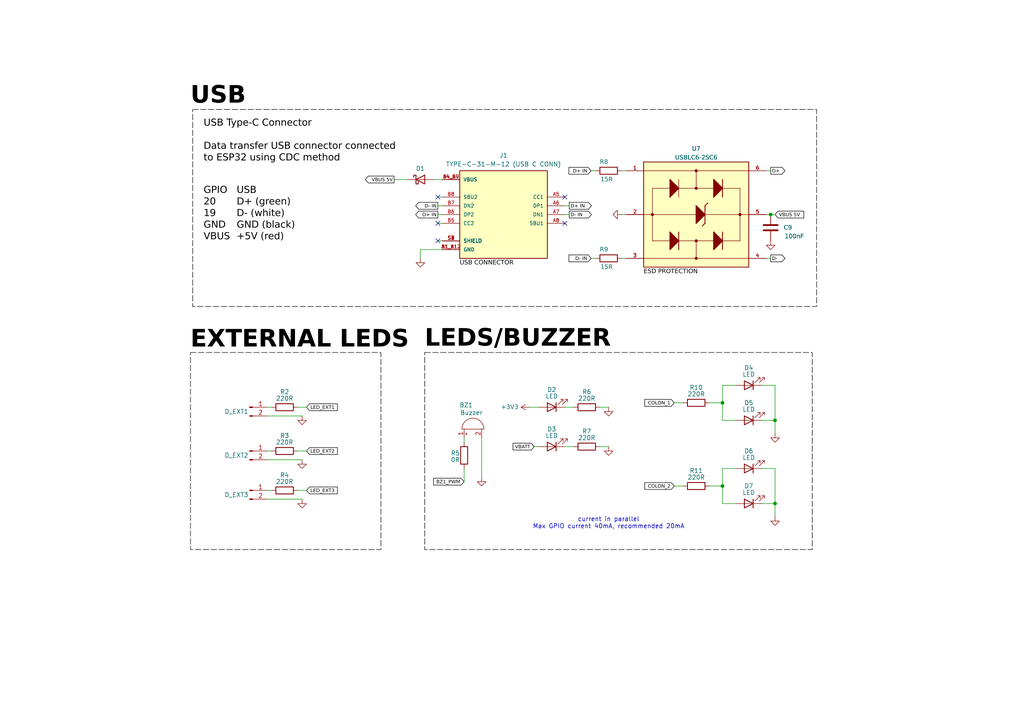
<source format=kicad_sch>
(kicad_sch (version 20231120) (generator "eeschema") (generator_version "8.0")
  (paper "A4")
  (lib_symbols
    (symbol "Connector:Conn_01x02_Pin" (pin_names (offset 1.016) hide)
      (property "Reference" "J" (at 0 2.54 0))
      (property "Value" "Conn_01x02_Pin" (at 0 -5.08 0))
      (symbol "Conn_01x02_Pin_1_1"
        (polyline (pts (xy 1.27 -2.54) (xy 0.8636 -2.54)) (stroke (width 0.1524)))
        (polyline (pts (xy 1.27 0) (xy 0.8636 0)) (stroke (width 0.1524)))
        (rectangle (start 0.8636 -2.413) (end 0 -2.667) (stroke (width 0.1524)) (fill (type outline)))
        (rectangle (start 0.8636 0.127) (end 0 -0.127) (stroke (width 0.1524)) (fill (type outline)))
        (pin passive line (at 5.08 0 180) (length 3.81) (name "Pin_1") (number "1"))
        (pin passive line (at 5.08 -2.54 180) (length 3.81) (name "Pin_2") (number "2"))
      )
    )
    (symbol "Device:Buzzer" (pin_names (offset 0.0254) hide)
      (property "Reference" "BZ" (at 3.81 1.27 0))
      (property "Value" "Buzzer" (at 3.81 -1.27 0))
      (symbol "Buzzer_0_1"
        (arc (start 0 -3.175) (mid 3.1612 0) (end 0 3.175))
        (polyline (pts (xy -1.651 1.905) (xy -1.143 1.905)))
        (polyline (pts (xy -1.397 2.159) (xy -1.397 1.651)))
        (polyline (pts (xy 0 3.175) (xy 0 -3.175)))
      )
      (symbol "Buzzer_1_1"
        (pin passive line (at -2.54 2.54 0) (length 2.54) (name "+") (number "1"))
        (pin passive line (at -2.54 -2.54 0) (length 2.54) (name "-") (number "2"))
      )
    )
    (symbol "Device:C" (pin_numbers hide) (pin_names (offset 0.254))
      (property "Reference" "C" (at 0.635 2.54 0))
      (property "Value" "C" (at 0.635 -2.54 0))
      (symbol "C_0_1"
        (polyline (pts (xy -2.032 -0.762) (xy 2.032 -0.762)) (stroke (width 0.508)))
        (polyline (pts (xy -2.032 0.762) (xy 2.032 0.762)) (stroke (width 0.508)))
      )
      (symbol "C_1_1"
        (pin passive line (at 0 3.81 270) (length 2.794) (name "~") (number "1"))
        (pin passive line (at 0 -3.81 90) (length 2.794) (name "~") (number "2"))
      )
    )
    (symbol "Device:D_Schottky" (pin_numbers hide) (pin_names (offset 1.016) hide)
      (property "Reference" "D" (at 0 2.54 0))
      (property "Value" "D_Schottky" (at 0 -2.54 0))
      (symbol "D_Schottky_0_1"
        (polyline (pts (xy 1.27 0) (xy -1.27 0)))
        (polyline (pts (xy 1.27 1.27) (xy 1.27 -1.27) (xy -1.27 0) (xy 1.27 1.27)) (stroke (width 0.254)))
        (polyline (pts (xy -1.905 0.635) (xy -1.905 1.27) (xy -1.27 1.27) (xy -1.27 -1.27) (xy -0.635 -1.27) (xy -0.635 -0.635)) (stroke (width 0.254)))
      )
      (symbol "D_Schottky_1_1"
        (pin passive line (at -3.81 0 0) (length 2.54) (name "K") (number "1"))
        (pin passive line (at 3.81 0 180) (length 2.54) (name "A") (number "2"))
      )
    )
    (symbol "Device:LED" (pin_numbers hide) (pin_names (offset 1.016) hide)
      (property "Reference" "D" (at 0 2.54 0))
      (property "Value" "LED" (at 0 -2.54 0))
      (symbol "LED_0_1"
        (polyline (pts (xy -1.27 -1.27) (xy -1.27 1.27)) (stroke (width 0.254)))
        (polyline (pts (xy -1.27 0) (xy 1.27 0)))
        (polyline (pts (xy 1.27 -1.27) (xy 1.27 1.27) (xy -1.27 0) (xy 1.27 -1.27)) (stroke (width 0.254)))
        (polyline (pts (xy -3.048 -0.762) (xy -4.572 -2.286) (xy -3.81 -2.286) (xy -4.572 -2.286) (xy -4.572 -1.524)))
        (polyline (pts (xy -1.778 -0.762) (xy -3.302 -2.286) (xy -2.54 -2.286) (xy -3.302 -2.286) (xy -3.302 -1.524)))
      )
      (symbol "LED_1_1"
        (pin passive line (at -3.81 0 0) (length 2.54) (name "K") (number "1"))
        (pin passive line (at 3.81 0 180) (length 2.54) (name "A") (number "2"))
      )
    )
    (symbol "Device:R" (pin_numbers hide) (pin_names (offset 0))
      (property "Reference" "R" (at 2.032 0 90))
      (property "Value" "R" (at 0 0 90))
      (symbol "R_0_1"
        (rectangle (start -1.016 -2.54) (end 1.016 2.54) (stroke (width 0.254)))
      )
      (symbol "R_1_1"
        (pin passive line (at 0 3.81 270) (length 1.27) (name "~") (number "1"))
        (pin passive line (at 0 -3.81 90) (length 1.27) (name "~") (number "2"))
      )
    )
    (symbol "SchrackThingy_library:TYPE-C-31-M-12 (USB C CONN)" (pin_names (offset 1.016))
      (property "Reference" "J" (at -12.7 13.462 0))
      (property "Value" "TYPE-C-31-M-12 (USB C CONN)" (at -12.7 -13.462 0))
      (symbol "TYPE-C-31-M-12 (USB C CONN)_0_0"
        (rectangle (start -12.7 -12.7) (end 12.7 12.7) (stroke (width 0.254)) (fill (type background)))
        (pin power_in line (at 17.78 -10.16 180) (length 5.08) (name "GND") (number "A1_B12"))
        (pin power_in line (at 17.78 10.16 180) (length 5.08) (name "VBUS") (number "A4_B9"))
        (pin bidirectional line (at -17.78 5.08 0) (length 5.08) (name "CC1") (number "A5"))
        (pin bidirectional line (at -17.78 2.54 0) (length 5.08) (name "DP1") (number "A6"))
        (pin bidirectional line (at -17.78 0 0) (length 5.08) (name "DN1") (number "A7"))
        (pin bidirectional line (at -17.78 -2.54 0) (length 5.08) (name "SBU1") (number "A8"))
        (pin power_in line (at 17.78 -10.16 180) (length 5.08) (name "GND") (number "B1_A12"))
        (pin power_in line (at 17.78 10.16 180) (length 5.08) (name "VBUS") (number "B4_A9"))
        (pin bidirectional line (at 17.78 -2.54 180) (length 5.08) (name "CC2") (number "B5"))
        (pin bidirectional line (at 17.78 0 180) (length 5.08) (name "DP2") (number "B6"))
        (pin bidirectional line (at 17.78 2.54 180) (length 5.08) (name "DN2") (number "B7"))
        (pin bidirectional line (at 17.78 5.08 180) (length 5.08) (name "SBU2") (number "B8"))
        (pin passive line (at 17.78 -7.62 180) (length 5.08) (name "SHIELD") (number "S1"))
        (pin passive line (at 17.78 -7.62 180) (length 5.08) (name "SHIELD") (number "S2"))
        (pin passive line (at 17.78 -7.62 180) (length 5.08) (name "SHIELD") (number "S3"))
        (pin passive line (at 17.78 -7.62 180) (length 5.08) (name "SHIELD") (number "S4"))
      )
    )
    (symbol "power:+3V3" (power) (pin_names (offset 0))
      (property "Value" "+3V3" (at 0 3.556 0))
      (symbol "+3V3_0_1"
        (polyline (pts (xy -0.762 1.27) (xy 0 2.54)))
        (polyline (pts (xy 0 0) (xy 0 2.54)))
        (polyline (pts (xy 0 2.54) (xy 0.762 1.27)))
      )
      (symbol "+3V3_1_1"
        (pin power_in line (at 0 0 90) (length 0) hide (name "+3V3") (number "1"))
      )
    )
    (symbol "power:GND" (power) (pin_names (offset 0))
      (property "Value" "GND" (at 0 -3.81 0))
      (symbol "GND_0_1"
        (polyline (pts (xy 0 0) (xy 0 -1.27) (xy 1.27 -1.27) (xy 0 -2.54) (xy -1.27 -1.27) (xy 0 -1.27)))
      )
      (symbol "GND_1_1"
        (pin power_in line (at 0 0 270) (length 0) hide (name "GND") (number "1"))
      )
    )
    (symbol "sumec_library:USBLC6-2SC6" (pin_names (offset 1.016))
      (property "Reference" "U" (at -15.2693 17.8093 0))
      (property "Value" "USBLC6-2SC6" (at -15.2559 -17.7959 0))
      (symbol "USBLC6-2SC6_0_0"
        (rectangle (start -15.24 -15.24) (end 15.24 15.24) (stroke (width 0.254)) (fill (type background)))
        (circle (center -12.7 0) (radius 0.254) (stroke (width 0.381)))
        (circle (center 0 -12.7) (radius 0.254) (stroke (width 0.381)))
        (circle (center 0 -7.62) (radius 0.254) (stroke (width 0.381)))
        (polyline (pts (xy -15.24 -12.7) (xy 0 -12.7)) (stroke (width 0.1524)))
        (polyline (pts (xy -15.24 12.7) (xy 0 12.7)) (stroke (width 0.1524)))
        (polyline (pts (xy -12.7 -7.62) (xy -7.62 -7.62)) (stroke (width 0.1524)))
        (polyline (pts (xy -12.7 0) (xy -15.24 0)) (stroke (width 0.1524)))
        (polyline (pts (xy -12.7 0) (xy -12.7 -7.62)) (stroke (width 0.1524)))
        (polyline (pts (xy -12.7 0) (xy 0 0)) (stroke (width 0.1524)))
        (polyline (pts (xy -12.7 7.62) (xy -12.7 0)) (stroke (width 0.1524)))
        (polyline (pts (xy -12.7 7.62) (xy -7.62 7.62)) (stroke (width 0.1524)))
        (polyline (pts (xy -7.62 -10.16) (xy -7.62 -7.62)) (stroke (width 0.254)))
        (polyline (pts (xy -7.62 -7.62) (xy -7.62 -5.08)) (stroke (width 0.254)))
        (polyline (pts (xy -7.62 -5.08) (xy -5.08 -7.62)) (stroke (width 0.254)))
        (polyline (pts (xy -7.62 5.08) (xy -7.62 7.62)) (stroke (width 0.254)))
        (polyline (pts (xy -7.62 7.62) (xy -7.62 10.16)) (stroke (width 0.254)))
        (polyline (pts (xy -7.62 10.16) (xy -5.08 7.62)) (stroke (width 0.254)))
        (polyline (pts (xy -5.08 -7.62) (xy -7.62 -10.16)) (stroke (width 0.254)))
        (polyline (pts (xy -5.08 -7.62) (xy -5.08 -10.16)) (stroke (width 0.254)))
        (polyline (pts (xy -5.08 -7.62) (xy 0 -7.62)) (stroke (width 0.1524)))
        (polyline (pts (xy -5.08 -5.08) (xy -5.08 -7.62)) (stroke (width 0.254)))
        (polyline (pts (xy -5.08 7.62) (xy -7.62 5.08)) (stroke (width 0.254)))
        (polyline (pts (xy -5.08 7.62) (xy -5.08 5.08)) (stroke (width 0.1524)))
        (polyline (pts (xy -5.08 7.62) (xy 0 7.62)) (stroke (width 0.1524)))
        (polyline (pts (xy -5.08 10.16) (xy -5.08 7.62)) (stroke (width 0.1524)))
        (polyline (pts (xy 0 -7.62) (xy 0 -12.7)) (stroke (width 0.1524)))
        (polyline (pts (xy 0 -7.62) (xy 5.08 -7.62)) (stroke (width 0.1524)))
        (polyline (pts (xy 0 -2.54) (xy 0 0)) (stroke (width 0.254)))
        (polyline (pts (xy 0 0) (xy 0 2.54)) (stroke (width 0.254)))
        (polyline (pts (xy 0 2.54) (xy 2.54 0)) (stroke (width 0.254)))
        (polyline (pts (xy 0 7.62) (xy 0 12.7)) (stroke (width 0.1524)))
        (polyline (pts (xy 0 7.62) (xy 5.08 7.62)) (stroke (width 0.1524)))
        (polyline (pts (xy 0 12.7) (xy 15.24 12.7)) (stroke (width 0.1524)))
        (polyline (pts (xy 2.54 -2.54) (xy 1.778 -3.302)) (stroke (width 0.254)))
        (polyline (pts (xy 2.54 0) (xy 0 -2.54)) (stroke (width 0.254)))
        (polyline (pts (xy 2.54 0) (xy 12.7 0)) (stroke (width 0.1524)))
        (polyline (pts (xy 2.54 2.54) (xy 2.54 -2.54)) (stroke (width 0.254)))
        (polyline (pts (xy 2.54 2.54) (xy 3.302 3.302)) (stroke (width 0.254)))
        (polyline (pts (xy 5.08 -10.16) (xy 5.08 -7.62)) (stroke (width 0.254)))
        (polyline (pts (xy 5.08 -7.62) (xy 5.08 -5.08)) (stroke (width 0.254)))
        (polyline (pts (xy 5.08 -5.08) (xy 7.62 -7.62)) (stroke (width 0.254)))
        (polyline (pts (xy 5.08 5.08) (xy 5.08 7.62)) (stroke (width 0.254)))
        (polyline (pts (xy 5.08 7.62) (xy 5.08 10.16)) (stroke (width 0.254)))
        (polyline (pts (xy 5.08 10.16) (xy 7.62 7.62)) (stroke (width 0.254)))
        (polyline (pts (xy 7.62 -7.62) (xy 5.08 -10.16)) (stroke (width 0.254)))
        (polyline (pts (xy 7.62 -7.62) (xy 7.62 -10.16)) (stroke (width 0.254)))
        (polyline (pts (xy 7.62 -7.62) (xy 12.7 -7.62)) (stroke (width 0.1524)))
        (polyline (pts (xy 7.62 -5.08) (xy 7.62 -7.62)) (stroke (width 0.254)))
        (polyline (pts (xy 7.62 7.62) (xy 5.08 5.08)) (stroke (width 0.254)))
        (polyline (pts (xy 7.62 7.62) (xy 7.62 5.08)) (stroke (width 0.254)))
        (polyline (pts (xy 7.62 7.62) (xy 12.7 7.62)) (stroke (width 0.1524)))
        (polyline (pts (xy 7.62 10.16) (xy 7.62 7.62)) (stroke (width 0.254)))
        (polyline (pts (xy 12.7 0) (xy 12.7 -7.62)) (stroke (width 0.1524)))
        (polyline (pts (xy 12.7 0) (xy 15.24 0)) (stroke (width 0.1524)))
        (polyline (pts (xy 12.7 7.62) (xy 12.7 0)) (stroke (width 0.1524)))
        (polyline (pts (xy 15.24 -12.7) (xy 0 -12.7)) (stroke (width 0.1524)))
        (polyline (pts (xy -7.62 -5.08) (xy -7.62 -10.16) (xy -5.08 -7.62) (xy -7.62 -5.08)) (stroke (width 0.254)) (fill (type outline)))
        (polyline (pts (xy -7.62 10.16) (xy -7.62 5.08) (xy -5.08 7.62) (xy -7.62 10.16)) (stroke (width 0.254)) (fill (type outline)))
        (polyline (pts (xy 0 2.54) (xy 0 -2.54) (xy 2.54 0) (xy 0 2.54)) (stroke (width 0.254)) (fill (type outline)))
        (polyline (pts (xy 5.08 -5.08) (xy 5.08 -10.16) (xy 7.62 -7.62) (xy 5.08 -5.08)) (stroke (width 0.254)) (fill (type outline)))
        (polyline (pts (xy 5.08 10.16) (xy 5.08 5.08) (xy 7.62 7.62) (xy 5.08 10.16)) (stroke (width 0.254)) (fill (type outline)))
        (circle (center 0 7.62) (radius 0.254) (stroke (width 0.381)))
        (circle (center 0 12.7) (radius 0.254) (stroke (width 0.381)))
        (circle (center 12.7 0) (radius 0.254) (stroke (width 0.381)))
        (pin bidirectional line (at -20.32 12.7 0) (length 5.08) (name "~") (number "1"))
        (pin power_in line (at -20.32 0 0) (length 5.08) (name "~") (number "2"))
        (pin bidirectional line (at -20.32 -12.7 0) (length 5.08) (name "~") (number "3"))
        (pin bidirectional line (at 20.32 -12.7 180) (length 5.08) (name "~") (number "4"))
        (pin power_in line (at 20.32 0 180) (length 5.08) (name "~") (number "5"))
        (pin bidirectional line (at 20.32 12.7 180) (length 5.08) (name "~") (number "6"))
      )
    )
  )
  (junction (at 224.79 121.92))
  (junction (at 223.52 62.23))
  (junction (at 209.55 116.84))
  (junction (at 224.79 146.05))
  (junction (at 209.55 140.97))
  (no_connect (at 127 69.85))
  (no_connect (at 163.83 57.15))
  (no_connect (at 127 57.15))
  (no_connect (at 163.83 64.77))
  (no_connect (at 127 64.77))
  (wire (pts (xy 224.79 111.76) (xy 224.79 121.92)))
  (wire (pts (xy 127 57.15) (xy 128.27 57.15)))
  (wire (pts (xy 127 62.23) (xy 128.27 62.23)))
  (wire (pts (xy 125.73 52.07) (xy 128.27 52.07)))
  (wire (pts (xy 209.55 135.89) (xy 209.55 140.97)))
  (wire (pts (xy 127 69.85) (xy 128.27 69.85)))
  (wire (pts (xy 220.98 135.89) (xy 224.79 135.89)))
  (wire (pts (xy 180.34 49.53) (xy 181.61 49.53)))
  (wire (pts (xy 139.7 138.43) (xy 139.7 127)))
  (wire (pts (xy 154.94 129.54) (xy 156.21 129.54)))
  (wire (pts (xy 224.79 121.92) (xy 224.79 125.73)))
  (wire (pts (xy 176.53 129.54) (xy 173.99 129.54)))
  (wire (pts (xy 223.52 74.93) (xy 222.25 74.93)))
  (wire (pts (xy 78.74 142.24) (xy 77.47 142.24)))
  (wire (pts (xy 224.79 62.23) (xy 223.52 62.23)))
  (wire (pts (xy 88.9 142.24) (xy 86.36 142.24)))
  (wire (pts (xy 166.37 118.11) (xy 163.83 118.11)))
  (wire (pts (xy 78.74 118.11) (xy 77.47 118.11)))
  (wire (pts (xy 77.47 120.65) (xy 87.63 120.65)))
  (wire (pts (xy 180.34 62.23) (xy 181.61 62.23)))
  (wire (pts (xy 171.45 49.53) (xy 172.72 49.53)))
  (wire (pts (xy 205.74 140.97) (xy 209.55 140.97)))
  (wire (pts (xy 77.47 133.35) (xy 87.63 133.35)))
  (wire (pts (xy 114.3 52.07) (xy 118.11 52.07)))
  (wire (pts (xy 209.55 116.84) (xy 209.55 121.92)))
  (wire (pts (xy 165.1 62.23) (xy 163.83 62.23)))
  (wire (pts (xy 222.25 49.53) (xy 223.52 49.53)))
  (wire (pts (xy 78.74 130.81) (xy 77.47 130.81)))
  (wire (pts (xy 166.37 129.54) (xy 163.83 129.54)))
  (wire (pts (xy 127 59.69) (xy 128.27 59.69)))
  (wire (pts (xy 220.98 111.76) (xy 224.79 111.76)))
  (wire (pts (xy 176.53 118.11) (xy 173.99 118.11)))
  (wire (pts (xy 209.55 121.92) (xy 213.36 121.92)))
  (wire (pts (xy 127 64.77) (xy 128.27 64.77)))
  (wire (pts (xy 209.55 111.76) (xy 213.36 111.76)))
  (wire (pts (xy 153.67 118.11) (xy 156.21 118.11)))
  (wire (pts (xy 180.34 74.93) (xy 181.61 74.93)))
  (wire (pts (xy 134.62 128.27) (xy 134.62 127)))
  (wire (pts (xy 223.52 62.23) (xy 222.25 62.23)))
  (wire (pts (xy 224.79 135.89) (xy 224.79 146.05)))
  (wire (pts (xy 88.9 130.81) (xy 86.36 130.81)))
  (wire (pts (xy 220.98 121.92) (xy 224.79 121.92)))
  (wire (pts (xy 209.55 111.76) (xy 209.55 116.84)))
  (wire (pts (xy 209.55 135.89) (xy 213.36 135.89)))
  (wire (pts (xy 77.47 144.78) (xy 87.63 144.78)))
  (wire (pts (xy 209.55 146.05) (xy 213.36 146.05)))
  (wire (pts (xy 121.92 74.93) (xy 121.92 72.39)))
  (wire (pts (xy 165.1 59.69) (xy 163.83 59.69)))
  (wire (pts (xy 224.79 146.05) (xy 224.79 149.86)))
  (wire (pts (xy 88.9 118.11) (xy 86.36 118.11)))
  (wire (pts (xy 121.92 72.39) (xy 128.27 72.39)))
  (wire (pts (xy 209.55 116.84) (xy 205.74 116.84)))
  (wire (pts (xy 195.58 116.84) (xy 198.12 116.84)))
  (wire (pts (xy 195.58 140.97) (xy 198.12 140.97)))
  (wire (pts (xy 220.98 146.05) (xy 224.79 146.05)))
  (wire (pts (xy 209.55 140.97) (xy 209.55 146.05)))
  (wire (pts (xy 171.45 74.93) (xy 172.72 74.93)))
  (wire (pts (xy 134.62 139.7) (xy 134.62 135.89)))
  (rectangle (start 123.19 102.235) (end 235.585 159.385) (stroke (width 0) (type dash) (color 0 0 0 1)))
  (rectangle (start 55.245 102.235) (end 110.49 159.385) (stroke (width 0) (type dash) (color 0 0 0 1)))
  (rectangle (start 55.88 31.75) (end 236.855 88.9) (stroke (width 0) (type dash) (color 0 0 0 1)))
  (text "current in parallel\nMax GPIO current 40mA, recommended 20mA" (at 176.53 151.765 0) (effects (font (size 1.27 1.27))))
  (text "ESD PROTECTION" (at 186.69 80.01 0) (effects (font (size 1.27 1.27)) (justify left bottom)))
  (text "USB Type-C Connector\n\nData transfer USB connector connected\nto ESP32 using CDC method" (at 59.055 47.625 0) (effects (font (size 2 2) (italic yes)) (justify left bottom)))
  (text "USB" (at 55.245 29.21 0) (effects (font (size 5 5) (thickness 1.2) (bold yes)) (justify left)))
  (text "GPIO	USB\n20		D+ (green)\n19		D- (white)\nGND	GND (black)\nVBUS	+5V (red)" (at 59.055 70.485 0) (effects (font (size 2 2)) (justify left bottom)))
  (text "USB CONNECTOR" (at 133.35 77.47 0) (effects (font (size 1.27 1.27)) (justify left bottom)))
  (text "LEDS/BUZZER" (at 123.19 99.695 0) (effects (font (size 5 5) (thickness 1.2) (bold yes)) (justify left)))
  (text "EXTERNAL LEDS" (at 55.245 102.87 0) (effects (font (size 5 5) (bold yes)) (justify left bottom)))
  (global_label "VBUS 5V" (shape input) (at 224.79 62.23 0) (effects (font (size 1 1))) (property "Intersheetrefs" "${INTERSHEET_REFS}" (effects (hide yes))))
  (global_label "D-" (shape output) (at 223.52 74.93 0) (effects (font (size 1 1))) (property "Intersheetrefs" "${INTERSHEET_REFS}" (effects (hide yes))))
  (global_label "D+ IN" (shape output) (at 165.1 59.69 0) (effects (font (size 1 1))) (property "Intersheetrefs" "${INTERSHEET_REFS}" (effects (hide yes))))
  (global_label "VBATT" (shape input) (at 154.94 129.54 180) (effects (font (size 1 1))) (property "Intersheetrefs" "${INTERSHEET_REFS}" (effects (hide yes))))
  (global_label "D+ IN" (shape input) (at 171.45 49.53 180) (effects (font (size 1 1))) (property "Intersheetrefs" "${INTERSHEET_REFS}" (effects (hide yes))))
  (global_label "D+ IN" (shape output) (at 127 62.23 180) (effects (font (size 1 1))) (property "Intersheetrefs" "${INTERSHEET_REFS}" (effects (hide yes))))
  (global_label "D- IN" (shape input) (at 171.45 74.93 180) (effects (font (size 1 1))) (property "Intersheetrefs" "${INTERSHEET_REFS}" (effects (hide yes))))
  (global_label "D- IN" (shape output) (at 165.1 62.23 0) (effects (font (size 1 1))) (property "Intersheetrefs" "${INTERSHEET_REFS}" (effects (hide yes))))
  (global_label "LED_EXT1" (shape input) (at 88.9 118.11 0) (effects (font (size 1 1))) (property "Intersheetrefs" "${INTERSHEET_REFS}" (effects (hide yes))))
  (global_label "COLON_2" (shape input) (at 195.58 140.97 180) (effects (font (size 1 1))) (property "Intersheetrefs" "${INTERSHEET_REFS}" (effects (hide yes))))
  (global_label "LED_EXT2" (shape input) (at 88.9 130.81 0) (effects (font (size 1 1))) (property "Intersheetrefs" "${INTERSHEET_REFS}" (effects (hide yes))))
  (global_label "COLON_1" (shape input) (at 195.58 116.84 180) (effects (font (size 1 1))) (property "Intersheetrefs" "${INTERSHEET_REFS}" (effects (hide yes))))
  (global_label "VBUS 5V" (shape output) (at 114.3 52.07 180) (effects (font (size 1 1))) (property "Intersheetrefs" "${INTERSHEET_REFS}" (effects (hide yes))))
  (global_label "D+" (shape output) (at 223.52 49.53 0) (effects (font (size 1 1))) (property "Intersheetrefs" "${INTERSHEET_REFS}" (effects (hide yes))))
  (global_label "BZ1_PWM" (shape input) (at 134.62 139.7 180) (effects (font (size 1 1))) (property "Intersheetrefs" "${INTERSHEET_REFS}" (effects (hide yes))))
  (global_label "LED_EXT3" (shape input) (at 88.9 142.24 0) (effects (font (size 1 1))) (property "Intersheetrefs" "${INTERSHEET_REFS}" (effects (hide yes))))
  (global_label "D- IN" (shape output) (at 127 59.69 180) (effects (font (size 1 1))) (property "Intersheetrefs" "${INTERSHEET_REFS}" (effects (hide yes))))
  (symbol (lib_id "Connector:Conn_01x02_Pin") (at 72.39 118.11 0) (unit 1)
    (property "Reference" "D_EXT1" (at 68.58 119.38 0))
    (property "Value" "Conn_01x02_Pin" (effects (hide yes)))
    (property "Footprint" "Connector_JST:JST_XH_B2B-XH-A_1x02_P2.50mm_Vertical" (effects (hide yes)))
    (property "Description" "Generic connector, single row, 01x02, script generated" (effects (hide yes)))
  )
  (symbol (lib_id "Device:Buzzer") (at 137.16 124.46 90) (unit 1)
    (property "Reference" "BZ1" (at 137.16 117.475 90) (effects (justify left)))
    (property "Value" "Buzzer" (at 140.0175 119.6976 90) (effects (justify left)))
    (property "Footprint" "Schrack_brd:BUZZER_CUI_CPT" (effects (hide yes)))
    (property "Datasheet" "https://cz.mouser.com/ProductDetail/CUI-Devices/CPT-1625-80-SMT-TR?qs=P1JMDcb91o43eCFIymFs3Q%3D%3D" (effects (hide yes)))
    (property "Description" "Buzzer, polarized" (effects (hide yes)))
  )
  (symbol (lib_id "Device:LED") (at 160.02 129.54 180) (unit 1)
    (property "Reference" "D3" (at 160.02 124.46 0))
    (property "Value" "LED" (at 160.02 126.365 0))
    (property "Footprint" "LED_SMD:LED_0805_2012Metric_Pad1.15x1.40mm_HandSolder" (effects (hide yes)))
    (property "Description" "Light emitting diode" (effects (hide yes)))
  )
  (symbol (lib_id "Device:LED") (at 217.17 121.92 180) (unit 1)
    (property "Reference" "D5" (at 217.17 116.84 0))
    (property "Value" "LED" (at 217.17 118.745 0))
    (property "Footprint" "LED_SMD:LED_0805_2012Metric_Pad1.15x1.40mm_HandSolder" (effects (hide yes)))
    (property "Description" "Light emitting diode" (effects (hide yes)))
  )
  (symbol (lib_id "power:GND") (at 180.34 62.23 270) (unit 1)
    (property "Reference" "#PWR021" (effects (hide yes)))
    (property "Value" "GND" (effects (hide yes)))
  )
  (symbol (lib_id "Device:LED") (at 217.17 135.89 180) (unit 1)
    (property "Reference" "D6" (at 217.17 130.81 0))
    (property "Value" "LED" (at 217.17 132.715 0))
    (property "Footprint" "LED_SMD:LED_0805_2012Metric_Pad1.15x1.40mm_HandSolder" (effects (hide yes)))
    (property "Description" "Light emitting diode" (effects (hide yes)))
  )
  (symbol (lib_id "power:GND") (at 224.79 125.73 0) (unit 1)
    (property "Reference" "#PWR023" (effects (hide yes)))
    (property "Value" "GND" (effects (hide yes)))
  )
  (symbol (lib_id "power:GND") (at 176.53 129.54 0) (unit 1)
    (property "Reference" "#PWR020" (effects (hide yes)))
    (property "Value" "GND" (effects (hide yes)))
  )
  (symbol (lib_id "power:GND") (at 176.53 118.11 0) (unit 1)
    (property "Reference" "#PWR019" (effects (hide yes)))
    (property "Value" "GND" (effects (hide yes)))
  )
  (symbol (lib_id "power:GND") (at 121.92 74.93 0) (unit 1)
    (property "Reference" "#PWR016" (effects (hide yes)))
    (property "Value" "GND" (effects (hide yes)))
  )
  (symbol (lib_id "power:+3V3") (at 153.67 118.11 90) (unit 1)
    (property "Reference" "#PWR018" (effects (hide yes)))
    (property "Value" "+3V3" (at 150.495 118.11 90) (effects (justify left)))
  )
  (symbol (lib_id "Device:D_Schottky") (at 121.92 52.07 0) (unit 1)
    (property "Reference" "D1" (at 121.92 48.895 0))
    (property "Value" "D_Schottky" (effects (hide yes)))
    (property "Footprint" "Diode_SMD:D_1206_3216Metric_Pad1.42x1.75mm_HandSolder" (effects (hide yes)))
    (property "Description" "Schottky diode" (effects (hide yes)))
  )
  (symbol (lib_id "Device:R") (at 176.53 74.93 90) (unit 1)
    (property "Reference" "R9" (at 173.99 72.39 90) (effects (justify right)))
    (property "Value" "15R" (at 173.99 77.47 90) (effects (justify right)))
    (property "Footprint" "Resistor_SMD:R_0805_2012Metric_Pad1.20x1.40mm_HandSolder" (effects (hide yes)))
  )
  (symbol (lib_id "power:GND") (at 224.79 149.86 0) (unit 1)
    (property "Reference" "#PWR024" (effects (hide yes)))
    (property "Value" "GND" (effects (hide yes)))
  )
  (symbol (lib_id "Device:R") (at 134.62 132.08 180) (unit 1)
    (property "Reference" "R5" (at 132.08 131.445 0))
    (property "Value" "0R" (at 132.08 133.35 0))
    (property "Footprint" "Resistor_SMD:R_0805_2012Metric_Pad1.20x1.40mm_HandSolder" (effects (hide yes)))
    (property "Description" "Resistor" (effects (hide yes)))
  )
  (symbol (lib_id "SchrackThingy_library:TYPE-C-31-M-12 (USB C CONN)") (at 146.05 62.23 0) (mirror y) (unit 1)
    (property "Reference" "J1" (at 146.05 45.085 0))
    (property "Value" "TYPE-C-31-M-12 (USB C CONN)" (at 146.05 47.625 0))
    (property "Footprint" "sumec_brd:USB_Type_C" (effects (hide yes)))
    (property "Description" "USB Connectors 24 Receptacle 1 8.94*7.3mm RoHS" (effects (hide yes)))
    (property "MF" "HRO Electronics Co., Ltd." (effects (hide yes)))
    (property "MAXIMUM_PACKAGE_HEIGHT" "3.26 mm" (effects (hide yes)))
    (property "Package" "Package" (effects (hide yes)))
    (property "Price" "None" (effects (hide yes)))
    (property "Check_prices" "https://www.snapeda.com/parts/TYPE-C-31-M-12/HRO+Electronics+Co.%252C+Ltd./view-part/?ref=eda" (effects (hide yes)))
    (property "STANDARD" "Manufacturer Recommendations" (effects (hide yes)))
    (property "PARTREV" "2020.12.08" (effects (hide yes)))
    (property "SnapEDA_Link" "https://www.snapeda.com/parts/TYPE-C-31-M-12/HRO+Electronics+Co.%252C+Ltd./view-part/?ref=snap" (effects (hide yes)))
    (property "MP" "TYPE-C-31-M-12" (effects (hide yes)))
    (property "SNAPEDA_PN" "TYPE-C-31-M-12" (effects (hide yes)))
    (property "Availability" "Not in stock" (effects (hide yes)))
    (property "MANUFACTURER" "HRO Electronics Co., Ltd." (effects (hide yes)))
  )
  (symbol (lib_id "Connector:Conn_01x02_Pin") (at 72.39 142.24 0) (unit 1)
    (property "Reference" "D_EXT3" (at 68.58 143.51 0))
    (property "Value" "Conn_01x02_Pin" (effects (hide yes)))
    (property "Footprint" "Connector_JST:JST_XH_B2B-XH-A_1x02_P2.50mm_Vertical" (effects (hide yes)))
    (property "Description" "Generic connector, single row, 01x02, script generated" (effects (hide yes)))
  )
  (symbol (lib_id "power:GND") (at 139.7 138.43 0) (unit 1)
    (property "Reference" "#PWR017" (effects (hide yes)))
    (property "Value" "GND" (effects (hide yes)))
  )
  (symbol (lib_id "Device:R") (at 176.53 49.53 90) (unit 1)
    (property "Reference" "R8" (at 173.99 46.99 90) (effects (justify right)))
    (property "Value" "15R" (at 173.99 52.07 90) (effects (justify right)))
    (property "Footprint" "Resistor_SMD:R_0805_2012Metric_Pad1.20x1.40mm_HandSolder" (effects (hide yes)))
  )
  (symbol (lib_id "power:GND") (at 87.63 133.35 0) (unit 1)
    (property "Reference" "#PWR014" (effects (hide yes)))
    (property "Value" "GND" (effects (hide yes)))
  )
  (symbol (lib_id "Device:R") (at 201.93 140.97 90) (unit 1)
    (property "Reference" "R11" (at 201.93 136.525 90))
    (property "Value" "220R" (at 201.93 138.43 90))
    (property "Footprint" "Resistor_SMD:R_0805_2012Metric_Pad1.20x1.40mm_HandSolder" (effects (hide yes)))
    (property "Description" "Resistor" (effects (hide yes)))
  )
  (symbol (lib_id "power:GND") (at 87.63 120.65 0) (unit 1)
    (property "Reference" "#PWR013" (effects (hide yes)))
    (property "Value" "GND" (effects (hide yes)))
  )
  (symbol (lib_id "sumec_library:USBLC6-2SC6") (at 201.93 62.23 0) (unit 1)
    (property "Reference" "U7" (at 201.93 43.18 0))
    (property "Value" "USBLC6-2SC6" (at 201.93 45.72 0))
    (property "Footprint" "Package_TO_SOT_SMD:TSOT-23-6_HandSoldering" (effects (hide yes)))
    (property "Description" "\n17V Clamp 5A (8/20µs) Ipp Tvs Diode Surface Mount SOT-23-6\n" (effects (hide yes)))
    (property "MF" "STMicroelectronics" (effects (hide yes)))
    (property "PURCHASE-URL" "https://pricing.snapeda.com/search/part/USBLC6-2SC6/?ref=eda" (effects (hide yes)))
    (property "PACKAGE" "SOT-23-6 STMicroelectronics" (effects (hide yes)))
    (property "PRICE" "None" (effects (hide yes)))
    (property "Package" "SOT-23-6 STMicroelectronics" (effects (hide yes)))
    (property "Check_prices" "https://www.snapeda.com/parts/USBLC6-2SC6/STMicroelectronics/view-part/?ref=eda" (effects (hide yes)))
    (property "Price" "None" (effects (hide yes)))
    (property "SnapEDA_Link" "https://www.snapeda.com/parts/USBLC6-2SC6/STMicroelectronics/view-part/?ref=snap" (effects (hide yes)))
    (property "MP" "USBLC6-2SC6" (effects (hide yes)))
    (property "Purchase-URL" "https://www.snapeda.com/api/url_track_click_mouser/?unipart_id=231887&manufacturer=STMicroelectronics&part_name=USBLC6-2SC6&search_term=None" (effects (hide yes)))
    (property "Availability" "In Stock" (effects (hide yes)))
    (property "AVAILABILITY" "In Stock" (effects (hide yes)))
    (property "DESCRIPTION" "17V Clamp 5A (8/20µs) Ipp Tvs Diode Surface Mount SOT-23-6" (effects (hide yes)))
  )
  (symbol (lib_id "power:GND") (at 87.63 144.78 0) (unit 1)
    (property "Reference" "#PWR015" (effects (hide yes)))
    (property "Value" "GND" (effects (hide yes)))
  )
  (symbol (lib_id "Device:LED") (at 217.17 146.05 180) (unit 1)
    (property "Reference" "D7" (at 217.17 140.97 0))
    (property "Value" "LED" (at 217.17 142.875 0))
    (property "Footprint" "LED_SMD:LED_0805_2012Metric_Pad1.15x1.40mm_HandSolder" (effects (hide yes)))
    (property "Description" "Light emitting diode" (effects (hide yes)))
  )
  (symbol (lib_id "Device:R") (at 170.18 118.11 90) (unit 1)
    (property "Reference" "R6" (at 170.18 113.665 90))
    (property "Value" "220R" (at 170.18 115.57 90))
    (property "Footprint" "Resistor_SMD:R_0805_2012Metric_Pad1.20x1.40mm_HandSolder" (effects (hide yes)))
    (property "Description" "Resistor" (effects (hide yes)))
  )
  (symbol (lib_id "Device:R") (at 82.55 118.11 90) (unit 1)
    (property "Reference" "R2" (at 82.55 113.665 90))
    (property "Value" "220R" (at 82.55 115.57 90))
    (property "Footprint" "Resistor_SMD:R_0805_2012Metric_Pad1.20x1.40mm_HandSolder" (effects (hide yes)))
    (property "Description" "Resistor" (effects (hide yes)))
  )
  (symbol (lib_id "Device:C") (at 223.52 66.04 0) (unit 1)
    (property "Reference" "C9" (at 227.33 66.04 0) (effects (justify left)))
    (property "Value" "100nF" (at 227.33 68.58 0) (effects (justify left)))
    (property "Footprint" "Capacitor_SMD:C_0805_2012Metric_Pad1.18x1.45mm_HandSolder" (effects (hide yes)))
  )
  (symbol (lib_id "Device:R") (at 82.55 130.81 90) (unit 1)
    (property "Reference" "R3" (at 82.55 126.365 90))
    (property "Value" "220R" (at 82.55 128.27 90))
    (property "Footprint" "Resistor_SMD:R_0805_2012Metric_Pad1.20x1.40mm_HandSolder" (effects (hide yes)))
    (property "Description" "Resistor" (effects (hide yes)))
  )
  (symbol (lib_id "power:GND") (at 223.52 69.85 0) (unit 1)
    (property "Reference" "#PWR022" (effects (hide yes)))
    (property "Value" "GND" (effects (hide yes)))
  )
  (symbol (lib_id "Device:LED") (at 160.02 118.11 180) (unit 1)
    (property "Reference" "D2" (at 160.02 113.03 0))
    (property "Value" "LED" (at 160.02 114.935 0))
    (property "Footprint" "LED_SMD:LED_0805_2012Metric_Pad1.15x1.40mm_HandSolder" (effects (hide yes)))
    (property "Description" "Light emitting diode" (effects (hide yes)))
  )
  (symbol (lib_id "Device:R") (at 170.18 129.54 90) (unit 1)
    (property "Reference" "R7" (at 170.18 125.095 90))
    (property "Value" "220R" (at 170.18 127 90))
    (property "Footprint" "Resistor_SMD:R_0805_2012Metric_Pad1.20x1.40mm_HandSolder" (effects (hide yes)))
    (property "Description" "Resistor" (effects (hide yes)))
  )
  (symbol (lib_id "Connector:Conn_01x02_Pin") (at 72.39 130.81 0) (unit 1)
    (property "Reference" "D_EXT2" (at 68.58 132.08 0))
    (property "Value" "Conn_01x02_Pin" (effects (hide yes)))
    (property "Footprint" "Connector_JST:JST_XH_B2B-XH-A_1x02_P2.50mm_Vertical" (effects (hide yes)))
    (property "Description" "Generic connector, single row, 01x02, script generated" (effects (hide yes)))
  )
  (symbol (lib_id "Device:R") (at 201.93 116.84 90) (unit 1)
    (property "Reference" "R10" (at 201.93 112.395 90))
    (property "Value" "220R" (at 201.93 114.3 90))
    (property "Footprint" "Resistor_SMD:R_0805_2012Metric_Pad1.20x1.40mm_HandSolder" (effects (hide yes)))
    (property "Description" "Resistor" (effects (hide yes)))
  )
  (symbol (lib_id "Device:LED") (at 217.17 111.76 180) (unit 1)
    (property "Reference" "D4" (at 217.17 106.68 0))
    (property "Value" "LED" (at 217.17 108.585 0))
    (property "Footprint" "LED_SMD:LED_Cree-PLCC4_3.2x2.8mm_CCW" (effects (hide yes)))
    (property "Description" "Light emitting diode" (effects (hide yes)))
  )
  (symbol (lib_id "Device:R") (at 82.55 142.24 90) (unit 1)
    (property "Reference" "R4" (at 82.55 137.795 90))
    (property "Value" "220R" (at 82.55 139.7 90))
    (property "Footprint" "Resistor_SMD:R_0805_2012Metric_Pad1.20x1.40mm_HandSolder" (effects (hide yes)))
    (property "Description" "Resistor" (effects (hide yes)))
  )
)
</source>
